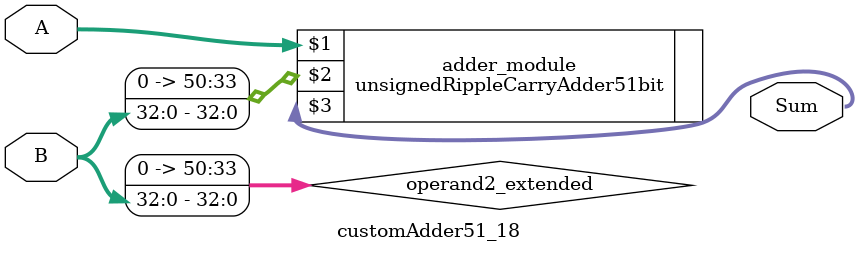
<source format=v>
module customAdder51_18(
                        input [50 : 0] A,
                        input [32 : 0] B,
                        
                        output [51 : 0] Sum
                );

        wire [50 : 0] operand2_extended;
        
        assign operand2_extended =  {18'b0, B};
        
        unsignedRippleCarryAdder51bit adder_module(
            A,
            operand2_extended,
            Sum
        );
        
        endmodule
        
</source>
